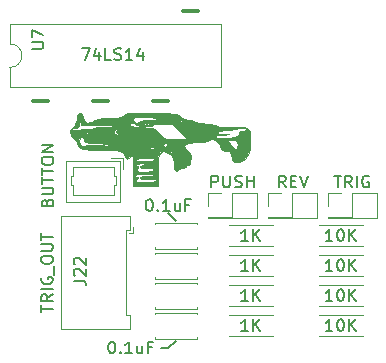
<source format=gto>
G04 #@! TF.FileFunction,Legend,Top*
%FSLAX46Y46*%
G04 Gerber Fmt 4.6, Leading zero omitted, Abs format (unit mm)*
G04 Created by KiCad (PCBNEW 4.0.7) date 06/26/19 20:58:35*
%MOMM*%
%LPD*%
G01*
G04 APERTURE LIST*
%ADD10C,0.100000*%
%ADD11C,0.300000*%
%ADD12C,0.150000*%
%ADD13C,0.120000*%
%ADD14C,0.010000*%
G04 APERTURE END LIST*
D10*
D11*
X239903000Y-94615000D02*
X241173000Y-94615000D01*
X237363000Y-102235000D02*
X238633000Y-102235000D01*
X232283000Y-102235000D02*
X233553000Y-102235000D01*
X227203000Y-102235000D02*
X228473000Y-102235000D01*
D12*
X238633000Y-123190000D02*
X239268000Y-122555000D01*
X237998000Y-123190000D02*
X238633000Y-123190000D01*
X238633000Y-111760000D02*
X239268000Y-112395000D01*
D13*
X251418000Y-112805000D02*
X255138000Y-112805000D01*
X251418000Y-114525000D02*
X255138000Y-114525000D01*
X225238000Y-97425000D02*
G75*
G02X225238000Y-99425000I0J-1000000D01*
G01*
X225238000Y-99425000D02*
X225238000Y-101075000D01*
X225238000Y-101075000D02*
X243138000Y-101075000D01*
X243138000Y-101075000D02*
X243138000Y-95775000D01*
X243138000Y-95775000D02*
X225238000Y-95775000D01*
X225238000Y-95775000D02*
X225238000Y-97425000D01*
X235338000Y-113415000D02*
X235638000Y-113415000D01*
X235638000Y-113415000D02*
X235638000Y-112915000D01*
X235088000Y-116790000D02*
X235088000Y-113165000D01*
X235088000Y-113165000D02*
X235388000Y-113165000D01*
X235388000Y-113165000D02*
X235388000Y-112015000D01*
X235388000Y-112015000D02*
X229588000Y-112015000D01*
X229588000Y-112015000D02*
X229588000Y-116790000D01*
X235088000Y-116790000D02*
X235088000Y-120415000D01*
X235088000Y-120415000D02*
X235388000Y-120415000D01*
X235388000Y-120415000D02*
X235388000Y-121565000D01*
X235388000Y-121565000D02*
X229588000Y-121565000D01*
X229588000Y-121565000D02*
X229588000Y-116790000D01*
X251418000Y-115345000D02*
X255138000Y-115345000D01*
X251418000Y-117065000D02*
X255138000Y-117065000D01*
X251418000Y-120425000D02*
X255138000Y-120425000D01*
X251418000Y-122145000D02*
X255138000Y-122145000D01*
X251418000Y-117885000D02*
X255138000Y-117885000D01*
X251418000Y-119605000D02*
X255138000Y-119605000D01*
X243798000Y-115345000D02*
X247518000Y-115345000D01*
X243798000Y-117065000D02*
X247518000Y-117065000D01*
X243798000Y-117885000D02*
X247518000Y-117885000D01*
X243798000Y-119605000D02*
X247518000Y-119605000D01*
X243798000Y-120425000D02*
X247518000Y-120425000D01*
X243798000Y-122145000D02*
X247518000Y-122145000D01*
X241048000Y-122395000D02*
X237528000Y-122395000D01*
X241048000Y-120175000D02*
X237528000Y-120175000D01*
X241048000Y-122395000D02*
X241048000Y-122281000D01*
X241048000Y-120289000D02*
X241048000Y-120175000D01*
X237528000Y-122395000D02*
X237528000Y-122281000D01*
X237528000Y-120289000D02*
X237528000Y-120175000D01*
X241048000Y-119855000D02*
X237528000Y-119855000D01*
X241048000Y-117635000D02*
X237528000Y-117635000D01*
X241048000Y-119855000D02*
X241048000Y-119741000D01*
X241048000Y-117749000D02*
X241048000Y-117635000D01*
X237528000Y-119855000D02*
X237528000Y-119741000D01*
X237528000Y-117749000D02*
X237528000Y-117635000D01*
X241048000Y-117315000D02*
X237528000Y-117315000D01*
X241048000Y-115095000D02*
X237528000Y-115095000D01*
X241048000Y-117315000D02*
X241048000Y-117201000D01*
X241048000Y-115209000D02*
X241048000Y-115095000D01*
X237528000Y-117315000D02*
X237528000Y-117201000D01*
X237528000Y-115209000D02*
X237528000Y-115095000D01*
X241048000Y-114775000D02*
X237528000Y-114775000D01*
X241048000Y-112555000D02*
X237528000Y-112555000D01*
X241048000Y-114775000D02*
X241048000Y-114661000D01*
X241048000Y-112669000D02*
X241048000Y-112555000D01*
X237528000Y-114775000D02*
X237528000Y-114661000D01*
X237528000Y-112669000D02*
X237528000Y-112555000D01*
X243798000Y-112805000D02*
X247518000Y-112805000D01*
X243798000Y-114525000D02*
X247518000Y-114525000D01*
X247098000Y-112185000D02*
X251218000Y-112185000D01*
X247098000Y-112125000D02*
X247098000Y-112185000D01*
X251218000Y-110065000D02*
X251218000Y-112185000D01*
X247098000Y-112125000D02*
X249158000Y-112125000D01*
X249158000Y-112125000D02*
X249158000Y-110065000D01*
X249158000Y-110065000D02*
X251218000Y-110065000D01*
X247098000Y-111125000D02*
X247098000Y-110065000D01*
X247098000Y-110065000D02*
X248158000Y-110065000D01*
X252178000Y-112185000D02*
X256298000Y-112185000D01*
X252178000Y-112125000D02*
X252178000Y-112185000D01*
X256298000Y-110065000D02*
X256298000Y-112185000D01*
X252178000Y-112125000D02*
X254238000Y-112125000D01*
X254238000Y-112125000D02*
X254238000Y-110065000D01*
X254238000Y-110065000D02*
X256298000Y-110065000D01*
X252178000Y-111125000D02*
X252178000Y-110065000D01*
X252178000Y-110065000D02*
X253238000Y-110065000D01*
X242018000Y-112185000D02*
X246138000Y-112185000D01*
X242018000Y-112125000D02*
X242018000Y-112185000D01*
X246138000Y-110065000D02*
X246138000Y-112185000D01*
X242018000Y-112125000D02*
X244078000Y-112125000D01*
X244078000Y-112125000D02*
X244078000Y-110065000D01*
X244078000Y-110065000D02*
X246138000Y-110065000D01*
X242018000Y-111125000D02*
X242018000Y-110065000D01*
X242018000Y-110065000D02*
X243078000Y-110065000D01*
X234568000Y-110810000D02*
X234568000Y-107310000D01*
X234568000Y-107310000D02*
X230018000Y-107310000D01*
X230018000Y-107310000D02*
X230018000Y-110810000D01*
X230018000Y-110810000D02*
X234568000Y-110810000D01*
X232293000Y-107860000D02*
X234018000Y-107860000D01*
X234018000Y-107860000D02*
X234018000Y-108585000D01*
X234018000Y-108585000D02*
X234218000Y-108585000D01*
X234218000Y-108585000D02*
X234218000Y-109385000D01*
X234218000Y-109385000D02*
X234018000Y-109385000D01*
X234018000Y-109385000D02*
X234018000Y-110260000D01*
X234018000Y-110260000D02*
X232293000Y-110260000D01*
X232293000Y-107860000D02*
X230568000Y-107860000D01*
X230568000Y-107860000D02*
X230568000Y-108585000D01*
X230568000Y-108585000D02*
X230368000Y-108585000D01*
X230368000Y-108585000D02*
X230368000Y-109385000D01*
X230368000Y-109385000D02*
X230568000Y-109385000D01*
X230568000Y-109385000D02*
X230568000Y-110260000D01*
X230568000Y-110260000D02*
X232293000Y-110260000D01*
X234818000Y-107060000D02*
X234818000Y-108060000D01*
X234818000Y-107060000D02*
X233818000Y-107060000D01*
D14*
G36*
X237086794Y-103254769D02*
X237278582Y-103258793D01*
X238061891Y-103277649D01*
X238631870Y-103299238D01*
X239030446Y-103329345D01*
X239299548Y-103373755D01*
X239481103Y-103438255D01*
X239617039Y-103528629D01*
X239687225Y-103591155D01*
X240006033Y-103795981D01*
X240328090Y-103878341D01*
X240602811Y-103915486D01*
X240730566Y-103987122D01*
X240882317Y-104050646D01*
X241218571Y-104115668D01*
X241668989Y-104168853D01*
X241706379Y-104172074D01*
X242184614Y-104230625D01*
X242575228Y-104311837D01*
X242795827Y-104398448D01*
X242799074Y-104401046D01*
X243020610Y-104480218D01*
X243445369Y-104506611D01*
X244096456Y-104481720D01*
X244733358Y-104450301D01*
X245157910Y-104477336D01*
X245411942Y-104597623D01*
X245537281Y-104845965D01*
X245575757Y-105257160D01*
X245572448Y-105709705D01*
X245553670Y-106230243D01*
X245508798Y-106571318D01*
X245416910Y-106808689D01*
X245257087Y-107018118D01*
X245191924Y-107087701D01*
X244861912Y-107335310D01*
X244522861Y-107442298D01*
X244239013Y-107407070D01*
X244074614Y-107228034D01*
X244056692Y-107115856D01*
X243966432Y-106771303D01*
X243751707Y-106532475D01*
X243479651Y-106470821D01*
X243455641Y-106476143D01*
X243221964Y-106440967D01*
X243147965Y-106325469D01*
X243052540Y-106112010D01*
X243358804Y-106112010D01*
X243422623Y-106175829D01*
X243486442Y-106112010D01*
X243422623Y-106048191D01*
X243358804Y-106112010D01*
X243052540Y-106112010D01*
X242930278Y-105838520D01*
X242812707Y-105707822D01*
X243018435Y-105707822D01*
X243035956Y-105783703D01*
X243103527Y-105792914D01*
X243208588Y-105746213D01*
X243188619Y-105707822D01*
X243037143Y-105692546D01*
X243018435Y-105707822D01*
X242812707Y-105707822D01*
X242660243Y-105538337D01*
X242657982Y-105537638D01*
X243601089Y-105537638D01*
X243951260Y-105996736D01*
X244172867Y-106269023D01*
X244308530Y-106358722D01*
X244417397Y-106293283D01*
X244463363Y-106234381D01*
X244555914Y-105948002D01*
X244498111Y-105775282D01*
X244256507Y-105580513D01*
X243986008Y-105537638D01*
X243601089Y-105537638D01*
X242657982Y-105537638D01*
X242368531Y-105448187D01*
X242128644Y-105552242D01*
X241930515Y-105625108D01*
X241553775Y-105696065D01*
X241074806Y-105751207D01*
X241005168Y-105756781D01*
X240435546Y-105826442D01*
X240109111Y-105937158D01*
X240015643Y-106099131D01*
X240144925Y-106322563D01*
X240295487Y-106465309D01*
X240452343Y-106697508D01*
X240526973Y-107005379D01*
X240525458Y-107319553D01*
X240453878Y-107570665D01*
X240318315Y-107689347D01*
X240190939Y-107657938D01*
X240016902Y-107669843D01*
X239965490Y-107725126D01*
X239947264Y-107813500D01*
X240040211Y-107771306D01*
X240147270Y-107737837D01*
X240116218Y-107815404D01*
X239922519Y-107944056D01*
X239802929Y-107962763D01*
X239531048Y-108037586D01*
X239441954Y-108101523D01*
X239282894Y-108154712D01*
X239167745Y-107999577D01*
X239121262Y-107682354D01*
X239125657Y-107571538D01*
X239816229Y-107571538D01*
X239833688Y-107579849D01*
X239950169Y-107489994D01*
X239976392Y-107452211D01*
X240008917Y-107332883D01*
X239991457Y-107324572D01*
X239874977Y-107414427D01*
X239848753Y-107452211D01*
X239816229Y-107571538D01*
X239125657Y-107571538D01*
X239127899Y-107515041D01*
X239061908Y-107107815D01*
X238866831Y-106859853D01*
X238586686Y-106664040D01*
X238328800Y-106551211D01*
X238763829Y-106551211D01*
X238856483Y-106681187D01*
X238891467Y-106686382D01*
X239015787Y-106642833D01*
X239019105Y-106630095D01*
X238929665Y-106521122D01*
X238891467Y-106494924D01*
X238773851Y-106505044D01*
X238763829Y-106551211D01*
X238328800Y-106551211D01*
X238277932Y-106528956D01*
X238016197Y-106477067D01*
X237877109Y-106530837D01*
X237870362Y-106563844D01*
X237956103Y-106642306D01*
X238029909Y-106620630D01*
X238073966Y-106621759D01*
X237966090Y-106722897D01*
X237861394Y-106849404D01*
X237794605Y-107056076D01*
X237757995Y-107394030D01*
X237743835Y-107914377D01*
X237742723Y-108200201D01*
X237742723Y-109494422D01*
X235700512Y-109494422D01*
X235700512Y-108622143D01*
X235828150Y-108622143D01*
X235907155Y-108685613D01*
X235955789Y-108664773D01*
X236073593Y-108670608D01*
X236083427Y-108713527D01*
X235989633Y-108891674D01*
X235942162Y-108928472D01*
X235859651Y-109038623D01*
X236008885Y-109111738D01*
X236368364Y-109142921D01*
X236836342Y-109132080D01*
X237244121Y-109092098D01*
X237526030Y-109031320D01*
X237615085Y-108972532D01*
X237499665Y-108908838D01*
X237201932Y-108866594D01*
X236913075Y-108856231D01*
X236456405Y-108828417D01*
X236243987Y-108761641D01*
X236272939Y-108680897D01*
X236540378Y-108611183D01*
X236944985Y-108579497D01*
X237678904Y-108558040D01*
X236913075Y-108482370D01*
X236361185Y-108441926D01*
X236022138Y-108456373D01*
X235858457Y-108530540D01*
X235828150Y-108622143D01*
X235700512Y-108622143D01*
X235700512Y-108186130D01*
X235827863Y-108186130D01*
X235944307Y-108227730D01*
X236251077Y-108247356D01*
X236683869Y-108241168D01*
X236721330Y-108239475D01*
X237161812Y-108203268D01*
X237481014Y-108147816D01*
X237614375Y-108084645D01*
X237615085Y-108079928D01*
X237499666Y-108015761D01*
X237201936Y-107973204D01*
X236913075Y-107962763D01*
X236460790Y-107933775D01*
X236245258Y-107864653D01*
X236269573Y-107782168D01*
X236536831Y-107713086D01*
X236881166Y-107686682D01*
X237551266Y-107665878D01*
X236849256Y-107588863D01*
X236312157Y-107547029D01*
X235988736Y-107568537D01*
X235844206Y-107658150D01*
X235828150Y-107728676D01*
X235907155Y-107792145D01*
X235955789Y-107771306D01*
X236065060Y-107800242D01*
X236083427Y-107891412D01*
X236016787Y-108066048D01*
X235955789Y-108090402D01*
X235831416Y-108163933D01*
X235827863Y-108186130D01*
X235700512Y-108186130D01*
X235700512Y-108134438D01*
X235699034Y-107534339D01*
X235691537Y-107251992D01*
X235837434Y-107251992D01*
X235889460Y-107322128D01*
X236177583Y-107354721D01*
X236693258Y-107347313D01*
X236722365Y-107345968D01*
X237156991Y-107309865D01*
X237450142Y-107254827D01*
X237547090Y-107191470D01*
X237544768Y-107186420D01*
X237383959Y-107120015D01*
X237060154Y-107080804D01*
X236664424Y-107071173D01*
X236287840Y-107093504D01*
X236030047Y-107146771D01*
X235837434Y-107251992D01*
X235691537Y-107251992D01*
X235688885Y-107152145D01*
X235661494Y-106950486D01*
X235608292Y-106891990D01*
X235520707Y-106939286D01*
X235442220Y-107008206D01*
X235190103Y-107148812D01*
X235011632Y-107045750D01*
X234913454Y-106750402D01*
X234869744Y-106632482D01*
X234763610Y-106547463D01*
X234558896Y-106490150D01*
X234219449Y-106455350D01*
X233709113Y-106437866D01*
X232991734Y-106432505D01*
X232701015Y-106432513D01*
X231953618Y-106407822D01*
X231697042Y-106367286D01*
X236338703Y-106367286D01*
X236402522Y-106431105D01*
X236466341Y-106367286D01*
X236593980Y-106367286D01*
X236657799Y-106431105D01*
X236721618Y-106367286D01*
X236657799Y-106303467D01*
X236593980Y-106367286D01*
X236466341Y-106367286D01*
X236402522Y-106303467D01*
X236338703Y-106367286D01*
X231697042Y-106367286D01*
X231426851Y-106324599D01*
X231365610Y-106296795D01*
X236917199Y-106296795D01*
X236961050Y-106359875D01*
X237141805Y-106360352D01*
X237351783Y-106308727D01*
X237462171Y-106243651D01*
X237412716Y-106190448D01*
X237260976Y-106175829D01*
X237009893Y-106227032D01*
X236917199Y-106296795D01*
X231365610Y-106296795D01*
X231090543Y-106171914D01*
X230914525Y-105938840D01*
X230874947Y-105771045D01*
X230808984Y-105612943D01*
X231096813Y-105612943D01*
X231137735Y-105870529D01*
X231267105Y-106051296D01*
X231328904Y-106076493D01*
X231550954Y-106080472D01*
X231616090Y-106048633D01*
X231766426Y-106011222D01*
X232101135Y-105983800D01*
X232549350Y-105972040D01*
X232573377Y-105971965D01*
X233033033Y-105989139D01*
X233390318Y-106035945D01*
X233570159Y-106102390D01*
X233572290Y-106104913D01*
X233640061Y-106142646D01*
X233625835Y-106048191D01*
X233552416Y-105966381D01*
X238178384Y-105966381D01*
X238188900Y-106047289D01*
X238372534Y-106170502D01*
X238377772Y-106167518D01*
X238922761Y-106167518D01*
X238940221Y-106175829D01*
X239056701Y-106085974D01*
X239082924Y-106048191D01*
X239115449Y-105928863D01*
X239097990Y-105920552D01*
X238981509Y-106010407D01*
X238955286Y-106048191D01*
X238922761Y-106167518D01*
X238377772Y-106167518D01*
X238562568Y-106062263D01*
X238577620Y-106039699D01*
X238606437Y-105860811D01*
X238594633Y-105856733D01*
X238763829Y-105856733D01*
X238827648Y-105920552D01*
X238891467Y-105856733D01*
X238827648Y-105792914D01*
X238763829Y-105856733D01*
X238594633Y-105856733D01*
X238448894Y-105806385D01*
X238314510Y-105840064D01*
X238178384Y-105966381D01*
X233552416Y-105966381D01*
X233533471Y-105945272D01*
X233294885Y-105877214D01*
X232867562Y-105835139D01*
X232531194Y-105819662D01*
X232014555Y-105795424D01*
X231702761Y-105758663D01*
X231545384Y-105695492D01*
X231491996Y-105592021D01*
X231488452Y-105532476D01*
X231407376Y-105328423D01*
X231296995Y-105282361D01*
X231148510Y-105382300D01*
X231096813Y-105612943D01*
X230808984Y-105612943D01*
X230751476Y-105475109D01*
X230587761Y-105371127D01*
X230396990Y-105210631D01*
X230378493Y-105138788D01*
X231649255Y-105138788D01*
X231742756Y-105077613D01*
X231759567Y-105061122D01*
X231835535Y-104935022D01*
X234047112Y-104935022D01*
X234126308Y-105069631D01*
X234291003Y-105159195D01*
X234339711Y-105116778D01*
X234759101Y-105116778D01*
X234934683Y-105134570D01*
X235028295Y-105124207D01*
X235372957Y-105124207D01*
X235498418Y-105144647D01*
X235663967Y-105121179D01*
X235665944Y-105077608D01*
X235495114Y-105047139D01*
X235421304Y-105067532D01*
X235372957Y-105124207D01*
X235028295Y-105124207D01*
X235115882Y-105114511D01*
X235094231Y-105070191D01*
X234832911Y-105053333D01*
X234775135Y-105070191D01*
X234759101Y-105116778D01*
X234339711Y-105116778D01*
X234364050Y-105095583D01*
X234306793Y-104975678D01*
X234226116Y-104810446D01*
X234318970Y-104733863D01*
X234759101Y-104733863D01*
X234934683Y-104751655D01*
X235028290Y-104741293D01*
X235372957Y-104741293D01*
X235498418Y-104761732D01*
X235663967Y-104738265D01*
X235665944Y-104694694D01*
X235495114Y-104664224D01*
X235421304Y-104684617D01*
X235372957Y-104741293D01*
X235028290Y-104741293D01*
X235115882Y-104731597D01*
X235094231Y-104687276D01*
X234832911Y-104670418D01*
X234775135Y-104687276D01*
X234759101Y-104733863D01*
X234318970Y-104733863D01*
X234323074Y-104730479D01*
X234379391Y-104673173D01*
X234264583Y-104654247D01*
X234079737Y-104738073D01*
X234047112Y-104935022D01*
X231835535Y-104935022D01*
X231860386Y-104893773D01*
X231847467Y-104835628D01*
X232509558Y-104835628D01*
X232573377Y-104899447D01*
X232637196Y-104835628D01*
X233403025Y-104835628D01*
X233466844Y-104899447D01*
X233530663Y-104835628D01*
X233466844Y-104771809D01*
X233403025Y-104835628D01*
X232637196Y-104835628D01*
X232573377Y-104771809D01*
X232509558Y-104835628D01*
X231847467Y-104835628D01*
X231846716Y-104832250D01*
X231751770Y-104870554D01*
X231688116Y-104989671D01*
X231649255Y-105138788D01*
X230378493Y-105138788D01*
X230325127Y-104931518D01*
X230372111Y-104641031D01*
X230375402Y-104637167D01*
X230467346Y-104637167D01*
X230579948Y-104698933D01*
X230863435Y-104712500D01*
X231009809Y-104701908D01*
X231446645Y-104665881D01*
X231838771Y-104647687D01*
X231903276Y-104647119D01*
X232158010Y-104617223D01*
X232253995Y-104550469D01*
X232372235Y-104512906D01*
X232690800Y-104490758D01*
X233155067Y-104486500D01*
X233497311Y-104494103D01*
X234012535Y-104502756D01*
X234403838Y-104492884D01*
X234621940Y-104466735D01*
X234647105Y-104441684D01*
X234477014Y-104391981D01*
X234102423Y-104346821D01*
X233574103Y-104309383D01*
X233188316Y-104293165D01*
X235349114Y-104293165D01*
X235512307Y-104391806D01*
X235922056Y-104459725D01*
X236405835Y-104490441D01*
X236916067Y-104515634D01*
X237248953Y-104562551D01*
X237482355Y-104658649D01*
X237694138Y-104831385D01*
X237863430Y-105004422D01*
X238106254Y-105247377D01*
X238311917Y-105389157D01*
X238560701Y-105456663D01*
X238932888Y-105476800D01*
X239274382Y-105477247D01*
X240231668Y-105473819D01*
X240083298Y-105323927D01*
X242580082Y-105323927D01*
X242807638Y-105395054D01*
X242848251Y-105402336D01*
X243280980Y-105432822D01*
X243771688Y-105405922D01*
X244213003Y-105332620D01*
X244480305Y-105235379D01*
X244623350Y-105033376D01*
X244635186Y-104955733D01*
X244746374Y-104809851D01*
X244954281Y-104771809D01*
X245194059Y-104722580D01*
X245273377Y-104627857D01*
X245161001Y-104542315D01*
X244820048Y-104556986D01*
X244754724Y-104566842D01*
X244325146Y-104628057D01*
X243791735Y-104694217D01*
X243478342Y-104728976D01*
X243021643Y-104799071D01*
X242777433Y-104882033D01*
X242756197Y-104962293D01*
X242968421Y-105024287D01*
X243263075Y-105048541D01*
X243805537Y-105069998D01*
X243294985Y-105116827D01*
X242836141Y-105176898D01*
X242593711Y-105248570D01*
X242580082Y-105323927D01*
X240083298Y-105323927D01*
X238955286Y-104184345D01*
X238106216Y-104190891D01*
X237688997Y-104207123D01*
X237405315Y-104243466D01*
X237315419Y-104292123D01*
X237316010Y-104293165D01*
X237234552Y-104345182D01*
X236962819Y-104379949D01*
X236672864Y-104388894D01*
X236270933Y-104367404D01*
X235981816Y-104312094D01*
X235891970Y-104261256D01*
X235796337Y-104197437D01*
X236593980Y-104197437D01*
X236657799Y-104261256D01*
X236721618Y-104197437D01*
X236849256Y-104197437D01*
X236913075Y-104261256D01*
X236976894Y-104197437D01*
X236913075Y-104133618D01*
X236849256Y-104197437D01*
X236721618Y-104197437D01*
X236657799Y-104133618D01*
X236593980Y-104197437D01*
X235796337Y-104197437D01*
X235733305Y-104155374D01*
X235520433Y-104138652D01*
X235365009Y-104204528D01*
X235349114Y-104293165D01*
X233188316Y-104293165D01*
X232942827Y-104282845D01*
X232259367Y-104270385D01*
X231911391Y-104270445D01*
X231249405Y-104275007D01*
X231198928Y-103789488D01*
X231168368Y-103521579D01*
X231149902Y-103476833D01*
X231136258Y-103667462D01*
X231126994Y-103910251D01*
X231101452Y-104277522D01*
X231034106Y-104456216D01*
X230887512Y-104512995D01*
X230786442Y-104516532D01*
X230546533Y-104557843D01*
X230467346Y-104637167D01*
X230375402Y-104637167D01*
X230537883Y-104446413D01*
X230588288Y-104427628D01*
X230764624Y-104307835D01*
X230854980Y-104026721D01*
X230875473Y-103833296D01*
X230923845Y-103488198D01*
X231025356Y-103333604D01*
X231169357Y-103303969D01*
X231360686Y-103370739D01*
X231451353Y-103611295D01*
X231464629Y-103718794D01*
X231570854Y-104038378D01*
X231806385Y-104138031D01*
X232012892Y-104069799D01*
X232892472Y-104069799D01*
X232956291Y-104133618D01*
X233020110Y-104069799D01*
X233147748Y-104069799D01*
X233211568Y-104133618D01*
X233275387Y-104069799D01*
X233658301Y-104069799D01*
X233722120Y-104133618D01*
X233785939Y-104069799D01*
X233764666Y-104048526D01*
X234083762Y-104048526D01*
X234101283Y-104124406D01*
X234168854Y-104133618D01*
X234273915Y-104086917D01*
X234253946Y-104048526D01*
X234102469Y-104033250D01*
X234083762Y-104048526D01*
X233764666Y-104048526D01*
X233722120Y-104005980D01*
X233658301Y-104069799D01*
X233275387Y-104069799D01*
X233211568Y-104005980D01*
X233147748Y-104069799D01*
X233020110Y-104069799D01*
X232956291Y-104005980D01*
X232892472Y-104069799D01*
X232012892Y-104069799D01*
X232170746Y-104017643D01*
X232338218Y-103917242D01*
X232492037Y-103853574D01*
X235657770Y-103853574D01*
X235781619Y-104033809D01*
X235948366Y-104132643D01*
X235963884Y-104133618D01*
X236121052Y-104041616D01*
X236147246Y-104005980D01*
X236297921Y-103942160D01*
X239657296Y-103942160D01*
X239721115Y-104005980D01*
X239784934Y-103942160D01*
X239721115Y-103878341D01*
X239657296Y-103942160D01*
X236297921Y-103942160D01*
X236307778Y-103937985D01*
X236643821Y-103891685D01*
X236991960Y-103878341D01*
X237428810Y-103859360D01*
X237657176Y-103805738D01*
X237662106Y-103793249D01*
X239189290Y-103793249D01*
X239206810Y-103869130D01*
X239274382Y-103878341D01*
X239379442Y-103831641D01*
X239359474Y-103793249D01*
X239207997Y-103777973D01*
X239189290Y-103793249D01*
X237662106Y-103793249D01*
X237678904Y-103750703D01*
X237523779Y-103692343D01*
X237192968Y-103650756D01*
X236765614Y-103627655D01*
X236320864Y-103624749D01*
X235937862Y-103643749D01*
X235695753Y-103686365D01*
X235659074Y-103707050D01*
X235657770Y-103853574D01*
X232492037Y-103853574D01*
X232662435Y-103783044D01*
X233156741Y-103708760D01*
X233667520Y-103687547D01*
X234234565Y-103664522D01*
X234608610Y-103605759D01*
X234655597Y-103585120D01*
X238971161Y-103585120D01*
X239146743Y-103602912D01*
X239327942Y-103582853D01*
X239306291Y-103538533D01*
X239044972Y-103521674D01*
X238987196Y-103538533D01*
X238971161Y-103585120D01*
X234655597Y-103585120D01*
X234850815Y-103499371D01*
X234921076Y-103443922D01*
X235039132Y-103358262D01*
X235200124Y-103298514D01*
X235444718Y-103261485D01*
X235813582Y-103243980D01*
X236347385Y-103242806D01*
X237086794Y-103254769D01*
X237086794Y-103254769D01*
G37*
X237086794Y-103254769D02*
X237278582Y-103258793D01*
X238061891Y-103277649D01*
X238631870Y-103299238D01*
X239030446Y-103329345D01*
X239299548Y-103373755D01*
X239481103Y-103438255D01*
X239617039Y-103528629D01*
X239687225Y-103591155D01*
X240006033Y-103795981D01*
X240328090Y-103878341D01*
X240602811Y-103915486D01*
X240730566Y-103987122D01*
X240882317Y-104050646D01*
X241218571Y-104115668D01*
X241668989Y-104168853D01*
X241706379Y-104172074D01*
X242184614Y-104230625D01*
X242575228Y-104311837D01*
X242795827Y-104398448D01*
X242799074Y-104401046D01*
X243020610Y-104480218D01*
X243445369Y-104506611D01*
X244096456Y-104481720D01*
X244733358Y-104450301D01*
X245157910Y-104477336D01*
X245411942Y-104597623D01*
X245537281Y-104845965D01*
X245575757Y-105257160D01*
X245572448Y-105709705D01*
X245553670Y-106230243D01*
X245508798Y-106571318D01*
X245416910Y-106808689D01*
X245257087Y-107018118D01*
X245191924Y-107087701D01*
X244861912Y-107335310D01*
X244522861Y-107442298D01*
X244239013Y-107407070D01*
X244074614Y-107228034D01*
X244056692Y-107115856D01*
X243966432Y-106771303D01*
X243751707Y-106532475D01*
X243479651Y-106470821D01*
X243455641Y-106476143D01*
X243221964Y-106440967D01*
X243147965Y-106325469D01*
X243052540Y-106112010D01*
X243358804Y-106112010D01*
X243422623Y-106175829D01*
X243486442Y-106112010D01*
X243422623Y-106048191D01*
X243358804Y-106112010D01*
X243052540Y-106112010D01*
X242930278Y-105838520D01*
X242812707Y-105707822D01*
X243018435Y-105707822D01*
X243035956Y-105783703D01*
X243103527Y-105792914D01*
X243208588Y-105746213D01*
X243188619Y-105707822D01*
X243037143Y-105692546D01*
X243018435Y-105707822D01*
X242812707Y-105707822D01*
X242660243Y-105538337D01*
X242657982Y-105537638D01*
X243601089Y-105537638D01*
X243951260Y-105996736D01*
X244172867Y-106269023D01*
X244308530Y-106358722D01*
X244417397Y-106293283D01*
X244463363Y-106234381D01*
X244555914Y-105948002D01*
X244498111Y-105775282D01*
X244256507Y-105580513D01*
X243986008Y-105537638D01*
X243601089Y-105537638D01*
X242657982Y-105537638D01*
X242368531Y-105448187D01*
X242128644Y-105552242D01*
X241930515Y-105625108D01*
X241553775Y-105696065D01*
X241074806Y-105751207D01*
X241005168Y-105756781D01*
X240435546Y-105826442D01*
X240109111Y-105937158D01*
X240015643Y-106099131D01*
X240144925Y-106322563D01*
X240295487Y-106465309D01*
X240452343Y-106697508D01*
X240526973Y-107005379D01*
X240525458Y-107319553D01*
X240453878Y-107570665D01*
X240318315Y-107689347D01*
X240190939Y-107657938D01*
X240016902Y-107669843D01*
X239965490Y-107725126D01*
X239947264Y-107813500D01*
X240040211Y-107771306D01*
X240147270Y-107737837D01*
X240116218Y-107815404D01*
X239922519Y-107944056D01*
X239802929Y-107962763D01*
X239531048Y-108037586D01*
X239441954Y-108101523D01*
X239282894Y-108154712D01*
X239167745Y-107999577D01*
X239121262Y-107682354D01*
X239125657Y-107571538D01*
X239816229Y-107571538D01*
X239833688Y-107579849D01*
X239950169Y-107489994D01*
X239976392Y-107452211D01*
X240008917Y-107332883D01*
X239991457Y-107324572D01*
X239874977Y-107414427D01*
X239848753Y-107452211D01*
X239816229Y-107571538D01*
X239125657Y-107571538D01*
X239127899Y-107515041D01*
X239061908Y-107107815D01*
X238866831Y-106859853D01*
X238586686Y-106664040D01*
X238328800Y-106551211D01*
X238763829Y-106551211D01*
X238856483Y-106681187D01*
X238891467Y-106686382D01*
X239015787Y-106642833D01*
X239019105Y-106630095D01*
X238929665Y-106521122D01*
X238891467Y-106494924D01*
X238773851Y-106505044D01*
X238763829Y-106551211D01*
X238328800Y-106551211D01*
X238277932Y-106528956D01*
X238016197Y-106477067D01*
X237877109Y-106530837D01*
X237870362Y-106563844D01*
X237956103Y-106642306D01*
X238029909Y-106620630D01*
X238073966Y-106621759D01*
X237966090Y-106722897D01*
X237861394Y-106849404D01*
X237794605Y-107056076D01*
X237757995Y-107394030D01*
X237743835Y-107914377D01*
X237742723Y-108200201D01*
X237742723Y-109494422D01*
X235700512Y-109494422D01*
X235700512Y-108622143D01*
X235828150Y-108622143D01*
X235907155Y-108685613D01*
X235955789Y-108664773D01*
X236073593Y-108670608D01*
X236083427Y-108713527D01*
X235989633Y-108891674D01*
X235942162Y-108928472D01*
X235859651Y-109038623D01*
X236008885Y-109111738D01*
X236368364Y-109142921D01*
X236836342Y-109132080D01*
X237244121Y-109092098D01*
X237526030Y-109031320D01*
X237615085Y-108972532D01*
X237499665Y-108908838D01*
X237201932Y-108866594D01*
X236913075Y-108856231D01*
X236456405Y-108828417D01*
X236243987Y-108761641D01*
X236272939Y-108680897D01*
X236540378Y-108611183D01*
X236944985Y-108579497D01*
X237678904Y-108558040D01*
X236913075Y-108482370D01*
X236361185Y-108441926D01*
X236022138Y-108456373D01*
X235858457Y-108530540D01*
X235828150Y-108622143D01*
X235700512Y-108622143D01*
X235700512Y-108186130D01*
X235827863Y-108186130D01*
X235944307Y-108227730D01*
X236251077Y-108247356D01*
X236683869Y-108241168D01*
X236721330Y-108239475D01*
X237161812Y-108203268D01*
X237481014Y-108147816D01*
X237614375Y-108084645D01*
X237615085Y-108079928D01*
X237499666Y-108015761D01*
X237201936Y-107973204D01*
X236913075Y-107962763D01*
X236460790Y-107933775D01*
X236245258Y-107864653D01*
X236269573Y-107782168D01*
X236536831Y-107713086D01*
X236881166Y-107686682D01*
X237551266Y-107665878D01*
X236849256Y-107588863D01*
X236312157Y-107547029D01*
X235988736Y-107568537D01*
X235844206Y-107658150D01*
X235828150Y-107728676D01*
X235907155Y-107792145D01*
X235955789Y-107771306D01*
X236065060Y-107800242D01*
X236083427Y-107891412D01*
X236016787Y-108066048D01*
X235955789Y-108090402D01*
X235831416Y-108163933D01*
X235827863Y-108186130D01*
X235700512Y-108186130D01*
X235700512Y-108134438D01*
X235699034Y-107534339D01*
X235691537Y-107251992D01*
X235837434Y-107251992D01*
X235889460Y-107322128D01*
X236177583Y-107354721D01*
X236693258Y-107347313D01*
X236722365Y-107345968D01*
X237156991Y-107309865D01*
X237450142Y-107254827D01*
X237547090Y-107191470D01*
X237544768Y-107186420D01*
X237383959Y-107120015D01*
X237060154Y-107080804D01*
X236664424Y-107071173D01*
X236287840Y-107093504D01*
X236030047Y-107146771D01*
X235837434Y-107251992D01*
X235691537Y-107251992D01*
X235688885Y-107152145D01*
X235661494Y-106950486D01*
X235608292Y-106891990D01*
X235520707Y-106939286D01*
X235442220Y-107008206D01*
X235190103Y-107148812D01*
X235011632Y-107045750D01*
X234913454Y-106750402D01*
X234869744Y-106632482D01*
X234763610Y-106547463D01*
X234558896Y-106490150D01*
X234219449Y-106455350D01*
X233709113Y-106437866D01*
X232991734Y-106432505D01*
X232701015Y-106432513D01*
X231953618Y-106407822D01*
X231697042Y-106367286D01*
X236338703Y-106367286D01*
X236402522Y-106431105D01*
X236466341Y-106367286D01*
X236593980Y-106367286D01*
X236657799Y-106431105D01*
X236721618Y-106367286D01*
X236657799Y-106303467D01*
X236593980Y-106367286D01*
X236466341Y-106367286D01*
X236402522Y-106303467D01*
X236338703Y-106367286D01*
X231697042Y-106367286D01*
X231426851Y-106324599D01*
X231365610Y-106296795D01*
X236917199Y-106296795D01*
X236961050Y-106359875D01*
X237141805Y-106360352D01*
X237351783Y-106308727D01*
X237462171Y-106243651D01*
X237412716Y-106190448D01*
X237260976Y-106175829D01*
X237009893Y-106227032D01*
X236917199Y-106296795D01*
X231365610Y-106296795D01*
X231090543Y-106171914D01*
X230914525Y-105938840D01*
X230874947Y-105771045D01*
X230808984Y-105612943D01*
X231096813Y-105612943D01*
X231137735Y-105870529D01*
X231267105Y-106051296D01*
X231328904Y-106076493D01*
X231550954Y-106080472D01*
X231616090Y-106048633D01*
X231766426Y-106011222D01*
X232101135Y-105983800D01*
X232549350Y-105972040D01*
X232573377Y-105971965D01*
X233033033Y-105989139D01*
X233390318Y-106035945D01*
X233570159Y-106102390D01*
X233572290Y-106104913D01*
X233640061Y-106142646D01*
X233625835Y-106048191D01*
X233552416Y-105966381D01*
X238178384Y-105966381D01*
X238188900Y-106047289D01*
X238372534Y-106170502D01*
X238377772Y-106167518D01*
X238922761Y-106167518D01*
X238940221Y-106175829D01*
X239056701Y-106085974D01*
X239082924Y-106048191D01*
X239115449Y-105928863D01*
X239097990Y-105920552D01*
X238981509Y-106010407D01*
X238955286Y-106048191D01*
X238922761Y-106167518D01*
X238377772Y-106167518D01*
X238562568Y-106062263D01*
X238577620Y-106039699D01*
X238606437Y-105860811D01*
X238594633Y-105856733D01*
X238763829Y-105856733D01*
X238827648Y-105920552D01*
X238891467Y-105856733D01*
X238827648Y-105792914D01*
X238763829Y-105856733D01*
X238594633Y-105856733D01*
X238448894Y-105806385D01*
X238314510Y-105840064D01*
X238178384Y-105966381D01*
X233552416Y-105966381D01*
X233533471Y-105945272D01*
X233294885Y-105877214D01*
X232867562Y-105835139D01*
X232531194Y-105819662D01*
X232014555Y-105795424D01*
X231702761Y-105758663D01*
X231545384Y-105695492D01*
X231491996Y-105592021D01*
X231488452Y-105532476D01*
X231407376Y-105328423D01*
X231296995Y-105282361D01*
X231148510Y-105382300D01*
X231096813Y-105612943D01*
X230808984Y-105612943D01*
X230751476Y-105475109D01*
X230587761Y-105371127D01*
X230396990Y-105210631D01*
X230378493Y-105138788D01*
X231649255Y-105138788D01*
X231742756Y-105077613D01*
X231759567Y-105061122D01*
X231835535Y-104935022D01*
X234047112Y-104935022D01*
X234126308Y-105069631D01*
X234291003Y-105159195D01*
X234339711Y-105116778D01*
X234759101Y-105116778D01*
X234934683Y-105134570D01*
X235028295Y-105124207D01*
X235372957Y-105124207D01*
X235498418Y-105144647D01*
X235663967Y-105121179D01*
X235665944Y-105077608D01*
X235495114Y-105047139D01*
X235421304Y-105067532D01*
X235372957Y-105124207D01*
X235028295Y-105124207D01*
X235115882Y-105114511D01*
X235094231Y-105070191D01*
X234832911Y-105053333D01*
X234775135Y-105070191D01*
X234759101Y-105116778D01*
X234339711Y-105116778D01*
X234364050Y-105095583D01*
X234306793Y-104975678D01*
X234226116Y-104810446D01*
X234318970Y-104733863D01*
X234759101Y-104733863D01*
X234934683Y-104751655D01*
X235028290Y-104741293D01*
X235372957Y-104741293D01*
X235498418Y-104761732D01*
X235663967Y-104738265D01*
X235665944Y-104694694D01*
X235495114Y-104664224D01*
X235421304Y-104684617D01*
X235372957Y-104741293D01*
X235028290Y-104741293D01*
X235115882Y-104731597D01*
X235094231Y-104687276D01*
X234832911Y-104670418D01*
X234775135Y-104687276D01*
X234759101Y-104733863D01*
X234318970Y-104733863D01*
X234323074Y-104730479D01*
X234379391Y-104673173D01*
X234264583Y-104654247D01*
X234079737Y-104738073D01*
X234047112Y-104935022D01*
X231835535Y-104935022D01*
X231860386Y-104893773D01*
X231847467Y-104835628D01*
X232509558Y-104835628D01*
X232573377Y-104899447D01*
X232637196Y-104835628D01*
X233403025Y-104835628D01*
X233466844Y-104899447D01*
X233530663Y-104835628D01*
X233466844Y-104771809D01*
X233403025Y-104835628D01*
X232637196Y-104835628D01*
X232573377Y-104771809D01*
X232509558Y-104835628D01*
X231847467Y-104835628D01*
X231846716Y-104832250D01*
X231751770Y-104870554D01*
X231688116Y-104989671D01*
X231649255Y-105138788D01*
X230378493Y-105138788D01*
X230325127Y-104931518D01*
X230372111Y-104641031D01*
X230375402Y-104637167D01*
X230467346Y-104637167D01*
X230579948Y-104698933D01*
X230863435Y-104712500D01*
X231009809Y-104701908D01*
X231446645Y-104665881D01*
X231838771Y-104647687D01*
X231903276Y-104647119D01*
X232158010Y-104617223D01*
X232253995Y-104550469D01*
X232372235Y-104512906D01*
X232690800Y-104490758D01*
X233155067Y-104486500D01*
X233497311Y-104494103D01*
X234012535Y-104502756D01*
X234403838Y-104492884D01*
X234621940Y-104466735D01*
X234647105Y-104441684D01*
X234477014Y-104391981D01*
X234102423Y-104346821D01*
X233574103Y-104309383D01*
X233188316Y-104293165D01*
X235349114Y-104293165D01*
X235512307Y-104391806D01*
X235922056Y-104459725D01*
X236405835Y-104490441D01*
X236916067Y-104515634D01*
X237248953Y-104562551D01*
X237482355Y-104658649D01*
X237694138Y-104831385D01*
X237863430Y-105004422D01*
X238106254Y-105247377D01*
X238311917Y-105389157D01*
X238560701Y-105456663D01*
X238932888Y-105476800D01*
X239274382Y-105477247D01*
X240231668Y-105473819D01*
X240083298Y-105323927D01*
X242580082Y-105323927D01*
X242807638Y-105395054D01*
X242848251Y-105402336D01*
X243280980Y-105432822D01*
X243771688Y-105405922D01*
X244213003Y-105332620D01*
X244480305Y-105235379D01*
X244623350Y-105033376D01*
X244635186Y-104955733D01*
X244746374Y-104809851D01*
X244954281Y-104771809D01*
X245194059Y-104722580D01*
X245273377Y-104627857D01*
X245161001Y-104542315D01*
X244820048Y-104556986D01*
X244754724Y-104566842D01*
X244325146Y-104628057D01*
X243791735Y-104694217D01*
X243478342Y-104728976D01*
X243021643Y-104799071D01*
X242777433Y-104882033D01*
X242756197Y-104962293D01*
X242968421Y-105024287D01*
X243263075Y-105048541D01*
X243805537Y-105069998D01*
X243294985Y-105116827D01*
X242836141Y-105176898D01*
X242593711Y-105248570D01*
X242580082Y-105323927D01*
X240083298Y-105323927D01*
X238955286Y-104184345D01*
X238106216Y-104190891D01*
X237688997Y-104207123D01*
X237405315Y-104243466D01*
X237315419Y-104292123D01*
X237316010Y-104293165D01*
X237234552Y-104345182D01*
X236962819Y-104379949D01*
X236672864Y-104388894D01*
X236270933Y-104367404D01*
X235981816Y-104312094D01*
X235891970Y-104261256D01*
X235796337Y-104197437D01*
X236593980Y-104197437D01*
X236657799Y-104261256D01*
X236721618Y-104197437D01*
X236849256Y-104197437D01*
X236913075Y-104261256D01*
X236976894Y-104197437D01*
X236913075Y-104133618D01*
X236849256Y-104197437D01*
X236721618Y-104197437D01*
X236657799Y-104133618D01*
X236593980Y-104197437D01*
X235796337Y-104197437D01*
X235733305Y-104155374D01*
X235520433Y-104138652D01*
X235365009Y-104204528D01*
X235349114Y-104293165D01*
X233188316Y-104293165D01*
X232942827Y-104282845D01*
X232259367Y-104270385D01*
X231911391Y-104270445D01*
X231249405Y-104275007D01*
X231198928Y-103789488D01*
X231168368Y-103521579D01*
X231149902Y-103476833D01*
X231136258Y-103667462D01*
X231126994Y-103910251D01*
X231101452Y-104277522D01*
X231034106Y-104456216D01*
X230887512Y-104512995D01*
X230786442Y-104516532D01*
X230546533Y-104557843D01*
X230467346Y-104637167D01*
X230375402Y-104637167D01*
X230537883Y-104446413D01*
X230588288Y-104427628D01*
X230764624Y-104307835D01*
X230854980Y-104026721D01*
X230875473Y-103833296D01*
X230923845Y-103488198D01*
X231025356Y-103333604D01*
X231169357Y-103303969D01*
X231360686Y-103370739D01*
X231451353Y-103611295D01*
X231464629Y-103718794D01*
X231570854Y-104038378D01*
X231806385Y-104138031D01*
X232012892Y-104069799D01*
X232892472Y-104069799D01*
X232956291Y-104133618D01*
X233020110Y-104069799D01*
X233147748Y-104069799D01*
X233211568Y-104133618D01*
X233275387Y-104069799D01*
X233658301Y-104069799D01*
X233722120Y-104133618D01*
X233785939Y-104069799D01*
X233764666Y-104048526D01*
X234083762Y-104048526D01*
X234101283Y-104124406D01*
X234168854Y-104133618D01*
X234273915Y-104086917D01*
X234253946Y-104048526D01*
X234102469Y-104033250D01*
X234083762Y-104048526D01*
X233764666Y-104048526D01*
X233722120Y-104005980D01*
X233658301Y-104069799D01*
X233275387Y-104069799D01*
X233211568Y-104005980D01*
X233147748Y-104069799D01*
X233020110Y-104069799D01*
X232956291Y-104005980D01*
X232892472Y-104069799D01*
X232012892Y-104069799D01*
X232170746Y-104017643D01*
X232338218Y-103917242D01*
X232492037Y-103853574D01*
X235657770Y-103853574D01*
X235781619Y-104033809D01*
X235948366Y-104132643D01*
X235963884Y-104133618D01*
X236121052Y-104041616D01*
X236147246Y-104005980D01*
X236297921Y-103942160D01*
X239657296Y-103942160D01*
X239721115Y-104005980D01*
X239784934Y-103942160D01*
X239721115Y-103878341D01*
X239657296Y-103942160D01*
X236297921Y-103942160D01*
X236307778Y-103937985D01*
X236643821Y-103891685D01*
X236991960Y-103878341D01*
X237428810Y-103859360D01*
X237657176Y-103805738D01*
X237662106Y-103793249D01*
X239189290Y-103793249D01*
X239206810Y-103869130D01*
X239274382Y-103878341D01*
X239379442Y-103831641D01*
X239359474Y-103793249D01*
X239207997Y-103777973D01*
X239189290Y-103793249D01*
X237662106Y-103793249D01*
X237678904Y-103750703D01*
X237523779Y-103692343D01*
X237192968Y-103650756D01*
X236765614Y-103627655D01*
X236320864Y-103624749D01*
X235937862Y-103643749D01*
X235695753Y-103686365D01*
X235659074Y-103707050D01*
X235657770Y-103853574D01*
X232492037Y-103853574D01*
X232662435Y-103783044D01*
X233156741Y-103708760D01*
X233667520Y-103687547D01*
X234234565Y-103664522D01*
X234608610Y-103605759D01*
X234655597Y-103585120D01*
X238971161Y-103585120D01*
X239146743Y-103602912D01*
X239327942Y-103582853D01*
X239306291Y-103538533D01*
X239044972Y-103521674D01*
X238987196Y-103538533D01*
X238971161Y-103585120D01*
X234655597Y-103585120D01*
X234850815Y-103499371D01*
X234921076Y-103443922D01*
X235039132Y-103358262D01*
X235200124Y-103298514D01*
X235444718Y-103261485D01*
X235813582Y-103243980D01*
X236347385Y-103242806D01*
X237086794Y-103254769D01*
D12*
X252547524Y-114117381D02*
X251976095Y-114117381D01*
X252261809Y-114117381D02*
X252261809Y-113117381D01*
X252166571Y-113260238D01*
X252071333Y-113355476D01*
X251976095Y-113403095D01*
X253166571Y-113117381D02*
X253261810Y-113117381D01*
X253357048Y-113165000D01*
X253404667Y-113212619D01*
X253452286Y-113307857D01*
X253499905Y-113498333D01*
X253499905Y-113736429D01*
X253452286Y-113926905D01*
X253404667Y-114022143D01*
X253357048Y-114069762D01*
X253261810Y-114117381D01*
X253166571Y-114117381D01*
X253071333Y-114069762D01*
X253023714Y-114022143D01*
X252976095Y-113926905D01*
X252928476Y-113736429D01*
X252928476Y-113498333D01*
X252976095Y-113307857D01*
X253023714Y-113212619D01*
X253071333Y-113165000D01*
X253166571Y-113117381D01*
X253928476Y-114117381D02*
X253928476Y-113117381D01*
X254499905Y-114117381D02*
X254071333Y-113545952D01*
X254499905Y-113117381D02*
X253928476Y-113688810D01*
X227070381Y-97836905D02*
X227879905Y-97836905D01*
X227975143Y-97789286D01*
X228022762Y-97741667D01*
X228070381Y-97646429D01*
X228070381Y-97455952D01*
X228022762Y-97360714D01*
X227975143Y-97313095D01*
X227879905Y-97265476D01*
X227070381Y-97265476D01*
X227070381Y-96884524D02*
X227070381Y-96217857D01*
X228070381Y-96646429D01*
X231325143Y-97797381D02*
X231991810Y-97797381D01*
X231563238Y-98797381D01*
X232801334Y-98130714D02*
X232801334Y-98797381D01*
X232563238Y-97749762D02*
X232325143Y-98464048D01*
X232944191Y-98464048D01*
X233801334Y-98797381D02*
X233325143Y-98797381D01*
X233325143Y-97797381D01*
X234087048Y-98749762D02*
X234229905Y-98797381D01*
X234468001Y-98797381D01*
X234563239Y-98749762D01*
X234610858Y-98702143D01*
X234658477Y-98606905D01*
X234658477Y-98511667D01*
X234610858Y-98416429D01*
X234563239Y-98368810D01*
X234468001Y-98321190D01*
X234277524Y-98273571D01*
X234182286Y-98225952D01*
X234134667Y-98178333D01*
X234087048Y-98083095D01*
X234087048Y-97987857D01*
X234134667Y-97892619D01*
X234182286Y-97845000D01*
X234277524Y-97797381D01*
X234515620Y-97797381D01*
X234658477Y-97845000D01*
X235610858Y-98797381D02*
X235039429Y-98797381D01*
X235325143Y-98797381D02*
X235325143Y-97797381D01*
X235229905Y-97940238D01*
X235134667Y-98035476D01*
X235039429Y-98083095D01*
X236468001Y-98130714D02*
X236468001Y-98797381D01*
X236229905Y-97749762D02*
X235991810Y-98464048D01*
X236610858Y-98464048D01*
X230640381Y-117474523D02*
X231354667Y-117474523D01*
X231497524Y-117522143D01*
X231592762Y-117617381D01*
X231640381Y-117760238D01*
X231640381Y-117855476D01*
X230735619Y-117045952D02*
X230688000Y-116998333D01*
X230640381Y-116903095D01*
X230640381Y-116664999D01*
X230688000Y-116569761D01*
X230735619Y-116522142D01*
X230830857Y-116474523D01*
X230926095Y-116474523D01*
X231068952Y-116522142D01*
X231640381Y-117093571D01*
X231640381Y-116474523D01*
X230735619Y-116093571D02*
X230688000Y-116045952D01*
X230640381Y-115950714D01*
X230640381Y-115712618D01*
X230688000Y-115617380D01*
X230735619Y-115569761D01*
X230830857Y-115522142D01*
X230926095Y-115522142D01*
X231068952Y-115569761D01*
X231640381Y-116141190D01*
X231640381Y-115522142D01*
X227890381Y-120123333D02*
X227890381Y-119551904D01*
X228890381Y-119837619D02*
X227890381Y-119837619D01*
X228890381Y-118647142D02*
X228414190Y-118980476D01*
X228890381Y-119218571D02*
X227890381Y-119218571D01*
X227890381Y-118837618D01*
X227938000Y-118742380D01*
X227985619Y-118694761D01*
X228080857Y-118647142D01*
X228223714Y-118647142D01*
X228318952Y-118694761D01*
X228366571Y-118742380D01*
X228414190Y-118837618D01*
X228414190Y-119218571D01*
X228890381Y-118218571D02*
X227890381Y-118218571D01*
X227938000Y-117218571D02*
X227890381Y-117313809D01*
X227890381Y-117456666D01*
X227938000Y-117599524D01*
X228033238Y-117694762D01*
X228128476Y-117742381D01*
X228318952Y-117790000D01*
X228461810Y-117790000D01*
X228652286Y-117742381D01*
X228747524Y-117694762D01*
X228842762Y-117599524D01*
X228890381Y-117456666D01*
X228890381Y-117361428D01*
X228842762Y-117218571D01*
X228795143Y-117170952D01*
X228461810Y-117170952D01*
X228461810Y-117361428D01*
X228985619Y-116980476D02*
X228985619Y-116218571D01*
X227890381Y-115790000D02*
X227890381Y-115599523D01*
X227938000Y-115504285D01*
X228033238Y-115409047D01*
X228223714Y-115361428D01*
X228557048Y-115361428D01*
X228747524Y-115409047D01*
X228842762Y-115504285D01*
X228890381Y-115599523D01*
X228890381Y-115790000D01*
X228842762Y-115885238D01*
X228747524Y-115980476D01*
X228557048Y-116028095D01*
X228223714Y-116028095D01*
X228033238Y-115980476D01*
X227938000Y-115885238D01*
X227890381Y-115790000D01*
X227890381Y-114932857D02*
X228699905Y-114932857D01*
X228795143Y-114885238D01*
X228842762Y-114837619D01*
X228890381Y-114742381D01*
X228890381Y-114551904D01*
X228842762Y-114456666D01*
X228795143Y-114409047D01*
X228699905Y-114361428D01*
X227890381Y-114361428D01*
X227890381Y-114028095D02*
X227890381Y-113456666D01*
X228890381Y-113742381D02*
X227890381Y-113742381D01*
X252547524Y-116657381D02*
X251976095Y-116657381D01*
X252261809Y-116657381D02*
X252261809Y-115657381D01*
X252166571Y-115800238D01*
X252071333Y-115895476D01*
X251976095Y-115943095D01*
X253166571Y-115657381D02*
X253261810Y-115657381D01*
X253357048Y-115705000D01*
X253404667Y-115752619D01*
X253452286Y-115847857D01*
X253499905Y-116038333D01*
X253499905Y-116276429D01*
X253452286Y-116466905D01*
X253404667Y-116562143D01*
X253357048Y-116609762D01*
X253261810Y-116657381D01*
X253166571Y-116657381D01*
X253071333Y-116609762D01*
X253023714Y-116562143D01*
X252976095Y-116466905D01*
X252928476Y-116276429D01*
X252928476Y-116038333D01*
X252976095Y-115847857D01*
X253023714Y-115752619D01*
X253071333Y-115705000D01*
X253166571Y-115657381D01*
X253928476Y-116657381D02*
X253928476Y-115657381D01*
X254499905Y-116657381D02*
X254071333Y-116085952D01*
X254499905Y-115657381D02*
X253928476Y-116228810D01*
X252547524Y-121737381D02*
X251976095Y-121737381D01*
X252261809Y-121737381D02*
X252261809Y-120737381D01*
X252166571Y-120880238D01*
X252071333Y-120975476D01*
X251976095Y-121023095D01*
X253166571Y-120737381D02*
X253261810Y-120737381D01*
X253357048Y-120785000D01*
X253404667Y-120832619D01*
X253452286Y-120927857D01*
X253499905Y-121118333D01*
X253499905Y-121356429D01*
X253452286Y-121546905D01*
X253404667Y-121642143D01*
X253357048Y-121689762D01*
X253261810Y-121737381D01*
X253166571Y-121737381D01*
X253071333Y-121689762D01*
X253023714Y-121642143D01*
X252976095Y-121546905D01*
X252928476Y-121356429D01*
X252928476Y-121118333D01*
X252976095Y-120927857D01*
X253023714Y-120832619D01*
X253071333Y-120785000D01*
X253166571Y-120737381D01*
X253928476Y-121737381D02*
X253928476Y-120737381D01*
X254499905Y-121737381D02*
X254071333Y-121165952D01*
X254499905Y-120737381D02*
X253928476Y-121308810D01*
X252547524Y-119197381D02*
X251976095Y-119197381D01*
X252261809Y-119197381D02*
X252261809Y-118197381D01*
X252166571Y-118340238D01*
X252071333Y-118435476D01*
X251976095Y-118483095D01*
X253166571Y-118197381D02*
X253261810Y-118197381D01*
X253357048Y-118245000D01*
X253404667Y-118292619D01*
X253452286Y-118387857D01*
X253499905Y-118578333D01*
X253499905Y-118816429D01*
X253452286Y-119006905D01*
X253404667Y-119102143D01*
X253357048Y-119149762D01*
X253261810Y-119197381D01*
X253166571Y-119197381D01*
X253071333Y-119149762D01*
X253023714Y-119102143D01*
X252976095Y-119006905D01*
X252928476Y-118816429D01*
X252928476Y-118578333D01*
X252976095Y-118387857D01*
X253023714Y-118292619D01*
X253071333Y-118245000D01*
X253166571Y-118197381D01*
X253928476Y-119197381D02*
X253928476Y-118197381D01*
X254499905Y-119197381D02*
X254071333Y-118625952D01*
X254499905Y-118197381D02*
X253928476Y-118768810D01*
X245403715Y-116657381D02*
X244832286Y-116657381D01*
X245118000Y-116657381D02*
X245118000Y-115657381D01*
X245022762Y-115800238D01*
X244927524Y-115895476D01*
X244832286Y-115943095D01*
X245832286Y-116657381D02*
X245832286Y-115657381D01*
X246403715Y-116657381D02*
X245975143Y-116085952D01*
X246403715Y-115657381D02*
X245832286Y-116228810D01*
X245403715Y-119197381D02*
X244832286Y-119197381D01*
X245118000Y-119197381D02*
X245118000Y-118197381D01*
X245022762Y-118340238D01*
X244927524Y-118435476D01*
X244832286Y-118483095D01*
X245832286Y-119197381D02*
X245832286Y-118197381D01*
X246403715Y-119197381D02*
X245975143Y-118625952D01*
X246403715Y-118197381D02*
X245832286Y-118768810D01*
X245403715Y-121737381D02*
X244832286Y-121737381D01*
X245118000Y-121737381D02*
X245118000Y-120737381D01*
X245022762Y-120880238D01*
X244927524Y-120975476D01*
X244832286Y-121023095D01*
X245832286Y-121737381D02*
X245832286Y-120737381D01*
X246403715Y-121737381D02*
X245975143Y-121165952D01*
X246403715Y-120737381D02*
X245832286Y-121308810D01*
X233815143Y-122642381D02*
X233910382Y-122642381D01*
X234005620Y-122690000D01*
X234053239Y-122737619D01*
X234100858Y-122832857D01*
X234148477Y-123023333D01*
X234148477Y-123261429D01*
X234100858Y-123451905D01*
X234053239Y-123547143D01*
X234005620Y-123594762D01*
X233910382Y-123642381D01*
X233815143Y-123642381D01*
X233719905Y-123594762D01*
X233672286Y-123547143D01*
X233624667Y-123451905D01*
X233577048Y-123261429D01*
X233577048Y-123023333D01*
X233624667Y-122832857D01*
X233672286Y-122737619D01*
X233719905Y-122690000D01*
X233815143Y-122642381D01*
X234577048Y-123547143D02*
X234624667Y-123594762D01*
X234577048Y-123642381D01*
X234529429Y-123594762D01*
X234577048Y-123547143D01*
X234577048Y-123642381D01*
X235577048Y-123642381D02*
X235005619Y-123642381D01*
X235291333Y-123642381D02*
X235291333Y-122642381D01*
X235196095Y-122785238D01*
X235100857Y-122880476D01*
X235005619Y-122928095D01*
X236434191Y-122975714D02*
X236434191Y-123642381D01*
X236005619Y-122975714D02*
X236005619Y-123499524D01*
X236053238Y-123594762D01*
X236148476Y-123642381D01*
X236291334Y-123642381D01*
X236386572Y-123594762D01*
X236434191Y-123547143D01*
X237243715Y-123118571D02*
X236910381Y-123118571D01*
X236910381Y-123642381D02*
X236910381Y-122642381D01*
X237386572Y-122642381D01*
X236990143Y-110577381D02*
X237085382Y-110577381D01*
X237180620Y-110625000D01*
X237228239Y-110672619D01*
X237275858Y-110767857D01*
X237323477Y-110958333D01*
X237323477Y-111196429D01*
X237275858Y-111386905D01*
X237228239Y-111482143D01*
X237180620Y-111529762D01*
X237085382Y-111577381D01*
X236990143Y-111577381D01*
X236894905Y-111529762D01*
X236847286Y-111482143D01*
X236799667Y-111386905D01*
X236752048Y-111196429D01*
X236752048Y-110958333D01*
X236799667Y-110767857D01*
X236847286Y-110672619D01*
X236894905Y-110625000D01*
X236990143Y-110577381D01*
X237752048Y-111482143D02*
X237799667Y-111529762D01*
X237752048Y-111577381D01*
X237704429Y-111529762D01*
X237752048Y-111482143D01*
X237752048Y-111577381D01*
X238752048Y-111577381D02*
X238180619Y-111577381D01*
X238466333Y-111577381D02*
X238466333Y-110577381D01*
X238371095Y-110720238D01*
X238275857Y-110815476D01*
X238180619Y-110863095D01*
X239609191Y-110910714D02*
X239609191Y-111577381D01*
X239180619Y-110910714D02*
X239180619Y-111434524D01*
X239228238Y-111529762D01*
X239323476Y-111577381D01*
X239466334Y-111577381D01*
X239561572Y-111529762D01*
X239609191Y-111482143D01*
X240418715Y-111053571D02*
X240085381Y-111053571D01*
X240085381Y-111577381D02*
X240085381Y-110577381D01*
X240561572Y-110577381D01*
X245403715Y-114117381D02*
X244832286Y-114117381D01*
X245118000Y-114117381D02*
X245118000Y-113117381D01*
X245022762Y-113260238D01*
X244927524Y-113355476D01*
X244832286Y-113403095D01*
X245832286Y-114117381D02*
X245832286Y-113117381D01*
X246403715Y-114117381D02*
X245975143Y-113545952D01*
X246403715Y-113117381D02*
X245832286Y-113688810D01*
X248586572Y-109577381D02*
X248253238Y-109101190D01*
X248015143Y-109577381D02*
X248015143Y-108577381D01*
X248396096Y-108577381D01*
X248491334Y-108625000D01*
X248538953Y-108672619D01*
X248586572Y-108767857D01*
X248586572Y-108910714D01*
X248538953Y-109005952D01*
X248491334Y-109053571D01*
X248396096Y-109101190D01*
X248015143Y-109101190D01*
X249015143Y-109053571D02*
X249348477Y-109053571D01*
X249491334Y-109577381D02*
X249015143Y-109577381D01*
X249015143Y-108577381D01*
X249491334Y-108577381D01*
X249777048Y-108577381D02*
X250110381Y-109577381D01*
X250443715Y-108577381D01*
X252714191Y-108577381D02*
X253285620Y-108577381D01*
X252999905Y-109577381D02*
X252999905Y-108577381D01*
X254190382Y-109577381D02*
X253857048Y-109101190D01*
X253618953Y-109577381D02*
X253618953Y-108577381D01*
X253999906Y-108577381D01*
X254095144Y-108625000D01*
X254142763Y-108672619D01*
X254190382Y-108767857D01*
X254190382Y-108910714D01*
X254142763Y-109005952D01*
X254095144Y-109053571D01*
X253999906Y-109101190D01*
X253618953Y-109101190D01*
X254618953Y-109577381D02*
X254618953Y-108577381D01*
X255618953Y-108625000D02*
X255523715Y-108577381D01*
X255380858Y-108577381D01*
X255238000Y-108625000D01*
X255142762Y-108720238D01*
X255095143Y-108815476D01*
X255047524Y-109005952D01*
X255047524Y-109148810D01*
X255095143Y-109339286D01*
X255142762Y-109434524D01*
X255238000Y-109529762D01*
X255380858Y-109577381D01*
X255476096Y-109577381D01*
X255618953Y-109529762D01*
X255666572Y-109482143D01*
X255666572Y-109148810D01*
X255476096Y-109148810D01*
X242292286Y-109577381D02*
X242292286Y-108577381D01*
X242673239Y-108577381D01*
X242768477Y-108625000D01*
X242816096Y-108672619D01*
X242863715Y-108767857D01*
X242863715Y-108910714D01*
X242816096Y-109005952D01*
X242768477Y-109053571D01*
X242673239Y-109101190D01*
X242292286Y-109101190D01*
X243292286Y-108577381D02*
X243292286Y-109386905D01*
X243339905Y-109482143D01*
X243387524Y-109529762D01*
X243482762Y-109577381D01*
X243673239Y-109577381D01*
X243768477Y-109529762D01*
X243816096Y-109482143D01*
X243863715Y-109386905D01*
X243863715Y-108577381D01*
X244292286Y-109529762D02*
X244435143Y-109577381D01*
X244673239Y-109577381D01*
X244768477Y-109529762D01*
X244816096Y-109482143D01*
X244863715Y-109386905D01*
X244863715Y-109291667D01*
X244816096Y-109196429D01*
X244768477Y-109148810D01*
X244673239Y-109101190D01*
X244482762Y-109053571D01*
X244387524Y-109005952D01*
X244339905Y-108958333D01*
X244292286Y-108863095D01*
X244292286Y-108767857D01*
X244339905Y-108672619D01*
X244387524Y-108625000D01*
X244482762Y-108577381D01*
X244720858Y-108577381D01*
X244863715Y-108625000D01*
X245292286Y-109577381D02*
X245292286Y-108577381D01*
X245292286Y-109053571D02*
X245863715Y-109053571D01*
X245863715Y-109577381D02*
X245863715Y-108577381D01*
X228401571Y-110846904D02*
X228449190Y-110704047D01*
X228496810Y-110656428D01*
X228592048Y-110608809D01*
X228734905Y-110608809D01*
X228830143Y-110656428D01*
X228877762Y-110704047D01*
X228925381Y-110799285D01*
X228925381Y-111180238D01*
X227925381Y-111180238D01*
X227925381Y-110846904D01*
X227973000Y-110751666D01*
X228020619Y-110704047D01*
X228115857Y-110656428D01*
X228211095Y-110656428D01*
X228306333Y-110704047D01*
X228353952Y-110751666D01*
X228401571Y-110846904D01*
X228401571Y-111180238D01*
X227925381Y-110180238D02*
X228734905Y-110180238D01*
X228830143Y-110132619D01*
X228877762Y-110085000D01*
X228925381Y-109989762D01*
X228925381Y-109799285D01*
X228877762Y-109704047D01*
X228830143Y-109656428D01*
X228734905Y-109608809D01*
X227925381Y-109608809D01*
X227925381Y-109275476D02*
X227925381Y-108704047D01*
X228925381Y-108989762D02*
X227925381Y-108989762D01*
X227925381Y-108513571D02*
X227925381Y-107942142D01*
X228925381Y-108227857D02*
X227925381Y-108227857D01*
X227925381Y-107418333D02*
X227925381Y-107227856D01*
X227973000Y-107132618D01*
X228068238Y-107037380D01*
X228258714Y-106989761D01*
X228592048Y-106989761D01*
X228782524Y-107037380D01*
X228877762Y-107132618D01*
X228925381Y-107227856D01*
X228925381Y-107418333D01*
X228877762Y-107513571D01*
X228782524Y-107608809D01*
X228592048Y-107656428D01*
X228258714Y-107656428D01*
X228068238Y-107608809D01*
X227973000Y-107513571D01*
X227925381Y-107418333D01*
X228925381Y-106561190D02*
X227925381Y-106561190D01*
X228925381Y-105989761D01*
X227925381Y-105989761D01*
M02*

</source>
